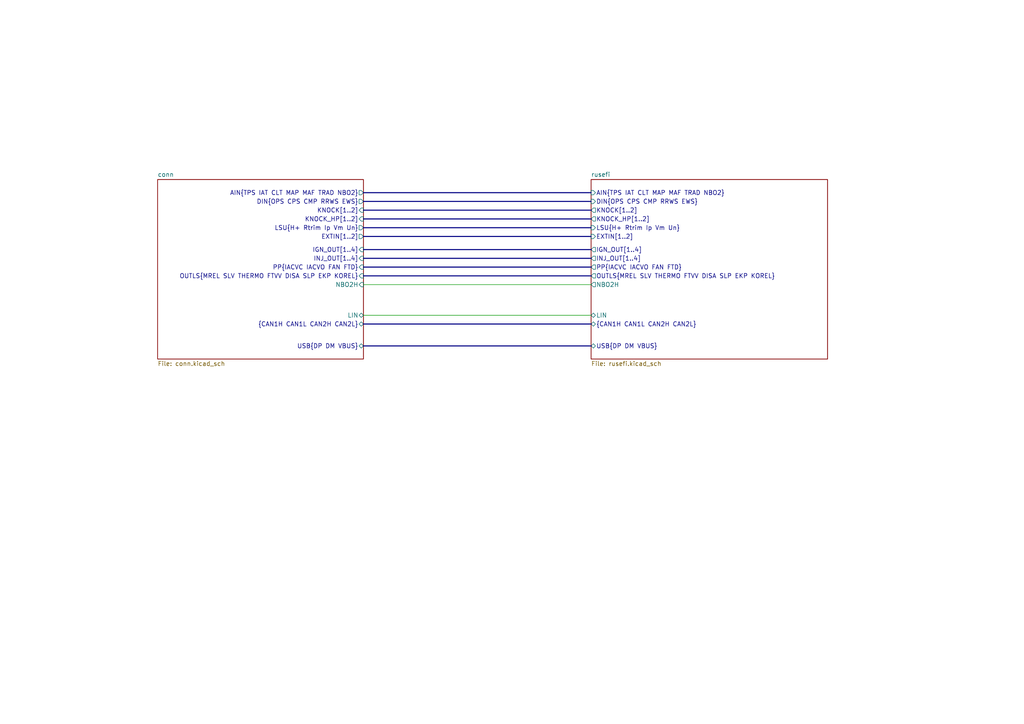
<source format=kicad_sch>
(kicad_sch
	(version 20231120)
	(generator "eeschema")
	(generator_version "8.0")
	(uuid "92ba706f-34f7-46cd-af88-2e1ff7aca489")
	(paper "A4")
	(lib_symbols)
	(bus
		(pts
			(xy 105.41 77.47) (xy 171.45 77.47)
		)
		(stroke
			(width 0)
			(type default)
		)
		(uuid "0d7b064d-fb5f-4fea-8b1d-54ff8602c825")
	)
	(bus
		(pts
			(xy 105.41 93.98) (xy 171.45 93.98)
		)
		(stroke
			(width 0)
			(type default)
		)
		(uuid "13f2fe2d-3473-46b8-84e9-38b7cad74271")
	)
	(bus
		(pts
			(xy 105.41 72.39) (xy 171.45 72.39)
		)
		(stroke
			(width 0)
			(type default)
		)
		(uuid "25121c22-d345-44af-8da1-b9f44f693f2d")
	)
	(bus
		(pts
			(xy 105.41 55.88) (xy 171.45 55.88)
		)
		(stroke
			(width 0)
			(type default)
		)
		(uuid "26de5e87-4bc0-4d9b-ba0b-f3740debffad")
	)
	(bus
		(pts
			(xy 105.41 58.42) (xy 171.45 58.42)
		)
		(stroke
			(width 0)
			(type default)
		)
		(uuid "3ba56885-736f-4fbe-ab38-9e33bb9371fb")
	)
	(bus
		(pts
			(xy 105.41 80.01) (xy 171.45 80.01)
		)
		(stroke
			(width 0)
			(type default)
		)
		(uuid "673bb223-0010-4fe5-9466-6c0a1dddc8c6")
	)
	(bus
		(pts
			(xy 105.41 63.5) (xy 171.45 63.5)
		)
		(stroke
			(width 0)
			(type default)
		)
		(uuid "6a78f5e6-518d-41c8-9119-24eba00ba562")
	)
	(wire
		(pts
			(xy 105.41 91.44) (xy 171.45 91.44)
		)
		(stroke
			(width 0)
			(type default)
		)
		(uuid "7e5511f3-30a8-4eca-8f6b-812292b82388")
	)
	(wire
		(pts
			(xy 105.41 82.55) (xy 171.45 82.55)
		)
		(stroke
			(width 0)
			(type default)
		)
		(uuid "87e3061b-2fc5-4c57-8ae6-77f292d3d846")
	)
	(bus
		(pts
			(xy 105.41 74.93) (xy 171.45 74.93)
		)
		(stroke
			(width 0)
			(type default)
		)
		(uuid "a18f8e63-ded5-46b1-a32b-ec85573c9d64")
	)
	(bus
		(pts
			(xy 105.41 60.96) (xy 171.45 60.96)
		)
		(stroke
			(width 0)
			(type default)
		)
		(uuid "bb2e2fbe-93a0-429f-8f2b-d80d166cde31")
	)
	(bus
		(pts
			(xy 105.41 100.33) (xy 171.45 100.33)
		)
		(stroke
			(width 0)
			(type default)
		)
		(uuid "cb375932-ff5a-4905-ad3a-47d8d741adfa")
	)
	(bus
		(pts
			(xy 105.41 68.58) (xy 171.45 68.58)
		)
		(stroke
			(width 0)
			(type default)
		)
		(uuid "d2f1a9ff-94f8-4a15-a03a-938c64448671")
	)
	(bus
		(pts
			(xy 105.41 66.04) (xy 171.45 66.04)
		)
		(stroke
			(width 0)
			(type default)
		)
		(uuid "fd1879c0-2b5d-4fd5-b938-36eddbc23bbd")
	)
	(sheet
		(at 45.72 52.07)
		(size 59.69 52.07)
		(fields_autoplaced yes)
		(stroke
			(width 0.1524)
			(type solid)
		)
		(fill
			(color 0 0 0 0.0000)
		)
		(uuid "6bddff48-9623-45eb-b2bf-a86873f5d3f3")
		(property "Sheetname" "conn"
			(at 45.72 51.3584 0)
			(effects
				(font
					(size 1.27 1.27)
				)
				(justify left bottom)
			)
		)
		(property "Sheetfile" "conn.kicad_sch"
			(at 45.72 104.7246 0)
			(effects
				(font
					(size 1.27 1.27)
				)
				(justify left top)
			)
		)
		(pin "IGN_OUT[1..4]" input
			(at 105.41 72.39 0)
			(effects
				(font
					(size 1.27 1.27)
				)
				(justify right)
			)
			(uuid "eb3a48ee-9375-4849-be97-a17de7f0b2eb")
		)
		(pin "LSU{H+ Rtrim Ip Vm Un}" output
			(at 105.41 66.04 0)
			(effects
				(font
					(size 1.27 1.27)
				)
				(justify right)
			)
			(uuid "4c00dd4f-ebf4-4d07-b633-b02ad67c0edb")
		)
		(pin "INJ_OUT[1..4]" input
			(at 105.41 74.93 0)
			(effects
				(font
					(size 1.27 1.27)
				)
				(justify right)
			)
			(uuid "5a5cbae8-0977-408c-b2ef-0d246340471b")
		)
		(pin "KNOCK[1..2]" input
			(at 105.41 60.96 0)
			(effects
				(font
					(size 1.27 1.27)
				)
				(justify right)
			)
			(uuid "344ac89d-1d64-4e9c-93ad-f4ef6fe070e8")
		)
		(pin "LIN" bidirectional
			(at 105.41 91.44 0)
			(effects
				(font
					(size 1.27 1.27)
				)
				(justify right)
			)
			(uuid "171d92d4-0c56-4c32-b320-f7c3a2c86996")
		)
		(pin "USB{DP DM VBUS}" bidirectional
			(at 105.41 100.33 0)
			(effects
				(font
					(size 1.27 1.27)
				)
				(justify right)
			)
			(uuid "a841b374-0a42-471b-9f98-3d2bb15737cf")
		)
		(pin "{CAN1H CAN1L CAN2H CAN2L}" bidirectional
			(at 105.41 93.98 0)
			(effects
				(font
					(size 1.27 1.27)
				)
				(justify right)
			)
			(uuid "7084f6f1-e103-479b-ae8e-d88622d20ef1")
		)
		(pin "KNOCK_HP[1..2]" input
			(at 105.41 63.5 0)
			(effects
				(font
					(size 1.27 1.27)
				)
				(justify right)
			)
			(uuid "01c2b3b4-2259-44b5-8304-90c32bae50d0")
		)
		(pin "OUTLS{MREL SLV THERMO FTVV DISA SLP EKP KOREL}" input
			(at 105.41 80.01 0)
			(effects
				(font
					(size 1.27 1.27)
				)
				(justify right)
			)
			(uuid "c4166233-4dbe-4897-8eea-e5de99e649cc")
		)
		(pin "PP{IACVC IACVO FAN FTD}" input
			(at 105.41 77.47 0)
			(effects
				(font
					(size 1.27 1.27)
				)
				(justify right)
			)
			(uuid "ea662262-4f67-4d77-ab6e-66572bafb0c6")
		)
		(pin "DIN{OPS CPS CMP RRWS EWS}" output
			(at 105.41 58.42 0)
			(effects
				(font
					(size 1.27 1.27)
				)
				(justify right)
			)
			(uuid "eb5856db-9fd5-42fc-aae0-17926afae019")
		)
		(pin "AIN{TPS IAT CLT MAP MAF TRAD NBO2}" output
			(at 105.41 55.88 0)
			(effects
				(font
					(size 1.27 1.27)
				)
				(justify right)
			)
			(uuid "7f10e246-659d-47c1-bbab-033f34949d2b")
		)
		(pin "NBO2H" input
			(at 105.41 82.55 0)
			(effects
				(font
					(size 1.27 1.27)
				)
				(justify right)
			)
			(uuid "37a553bd-ac48-4f94-8fea-c43aab754cf6")
		)
		(pin "EXTIN[1..2]" output
			(at 105.41 68.58 0)
			(effects
				(font
					(size 1.27 1.27)
				)
				(justify right)
			)
			(uuid "c7ac9e14-eeb9-46e1-b8c8-c3964aab65c2")
		)
		(instances
			(project "hellenbms46"
				(path "/92ba706f-34f7-46cd-af88-2e1ff7aca489"
					(page "2")
				)
			)
		)
	)
	(sheet
		(at 171.45 52.07)
		(size 68.58 52.07)
		(fields_autoplaced yes)
		(stroke
			(width 0.1524)
			(type solid)
		)
		(fill
			(color 0 0 0 0.0000)
		)
		(uuid "908e7c38-dd3a-46e3-88c1-4637776bd8a8")
		(property "Sheetname" "rusefi"
			(at 171.45 51.3584 0)
			(effects
				(font
					(size 1.27 1.27)
				)
				(justify left bottom)
			)
		)
		(property "Sheetfile" "rusefi.kicad_sch"
			(at 171.45 104.7246 0)
			(effects
				(font
					(size 1.27 1.27)
				)
				(justify left top)
			)
		)
		(pin "IGN_OUT[1..4]" output
			(at 171.45 72.39 180)
			(effects
				(font
					(size 1.27 1.27)
				)
				(justify left)
			)
			(uuid "f65abe75-76db-428c-b9b1-b23d69342a19")
		)
		(pin "INJ_OUT[1..4]" output
			(at 171.45 74.93 180)
			(effects
				(font
					(size 1.27 1.27)
				)
				(justify left)
			)
			(uuid "0320ca4b-788c-4644-8d43-28468b8ffee4")
		)
		(pin "LSU{H+ Rtrim Ip Vm Un}" input
			(at 171.45 66.04 180)
			(effects
				(font
					(size 1.27 1.27)
				)
				(justify left)
			)
			(uuid "fa407149-be13-4b47-8d6b-5d108454ba32")
		)
		(pin "KNOCK[1..2]" output
			(at 171.45 60.96 180)
			(effects
				(font
					(size 1.27 1.27)
				)
				(justify left)
			)
			(uuid "0de8a7a0-6f15-4970-b820-2054f28e0711")
		)
		(pin "LIN" bidirectional
			(at 171.45 91.44 180)
			(effects
				(font
					(size 1.27 1.27)
				)
				(justify left)
			)
			(uuid "007d29a9-1bf3-4496-b726-cade10b745c4")
		)
		(pin "PP{IACVC IACVO FAN FTD}" output
			(at 171.45 77.47 180)
			(effects
				(font
					(size 1.27 1.27)
				)
				(justify left)
			)
			(uuid "71f5eac6-a794-4b62-98e6-936402c90220")
		)
		(pin "OUTLS{MREL SLV THERMO FTVV DISA SLP EKP KOREL}" output
			(at 171.45 80.01 180)
			(effects
				(font
					(size 1.27 1.27)
				)
				(justify left)
			)
			(uuid "c2bac567-f8d2-4af9-a1a6-2378d7d96fee")
		)
		(pin "DIN{OPS CPS CMP RRWS EWS}" input
			(at 171.45 58.42 180)
			(effects
				(font
					(size 1.27 1.27)
				)
				(justify left)
			)
			(uuid "f24fa15b-e61c-47b5-9819-33654906f93a")
		)
		(pin "KNOCK_HP[1..2]" output
			(at 171.45 63.5 180)
			(effects
				(font
					(size 1.27 1.27)
				)
				(justify left)
			)
			(uuid "ec6e0a47-3f98-463a-8aa2-da305ae74866")
		)
		(pin "USB{DP DM VBUS}" bidirectional
			(at 171.45 100.33 180)
			(effects
				(font
					(size 1.27 1.27)
				)
				(justify left)
			)
			(uuid "21eefcf8-c20e-48bf-8bbd-9651dba4a9c6")
		)
		(pin "{CAN1H CAN1L CAN2H CAN2L}" bidirectional
			(at 171.45 93.98 180)
			(effects
				(font
					(size 1.27 1.27)
				)
				(justify left)
			)
			(uuid "5b6bae0f-b30b-4728-853d-f62ce19e059b")
		)
		(pin "AIN{TPS IAT CLT MAP MAF TRAD NBO2}" input
			(at 171.45 55.88 180)
			(effects
				(font
					(size 1.27 1.27)
				)
				(justify left)
			)
			(uuid "e13a5dcc-6f3e-44a5-8a0f-d49a236c3c0b")
		)
		(pin "NBO2H" output
			(at 171.45 82.55 180)
			(effects
				(font
					(size 1.27 1.27)
				)
				(justify left)
			)
			(uuid "ae42e96c-d12d-4ec8-ad6e-d979f2d99f0a")
		)
		(pin "EXTIN[1..2]" input
			(at 171.45 68.58 180)
			(effects
				(font
					(size 1.27 1.27)
				)
				(justify left)
			)
			(uuid "5479bd7e-c026-4aab-b461-3682963a016f")
		)
		(instances
			(project "hellenbms46"
				(path "/92ba706f-34f7-46cd-af88-2e1ff7aca489"
					(page "3")
				)
			)
		)
	)
	(sheet_instances
		(path "/"
			(page "1")
		)
	)
)

</source>
